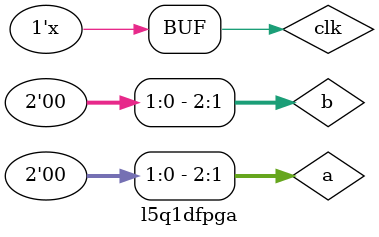
<source format=v>
`timescale 1ns / 1ps


module l5q1dfpga;

	// Inputs
	reg clk;
	reg add;
	reg c_in;
	reg [2:0] a;
	reg [2:0] b;

	// Outputs
	wire c_out;
	wire [2:0] s;

	// Instantiate the Unit Under Test (UUT)
	l5q1d uut3 (
		.clk(clk), 
		.add(add), 
		.c_in(c_in), 
		.c_out(c_out), 
		.a(a), 
		.b(b), 
		.s(s)
	);
always 
begin
#5 clk=~clk;
end

initial
begin
		// Initialize Inputs
		clk = 0;
		add = 0;
		c_in = 0;
		a = 0;
		b = 0;

		// Wait 100 ns for global reset to finish
		#100;
      
		// Add stimulus here
repeat(50)
begin
a=$random;
b=$random;
c_in=$random;
add=$random;
#10;
end
end
      
endmodule


</source>
